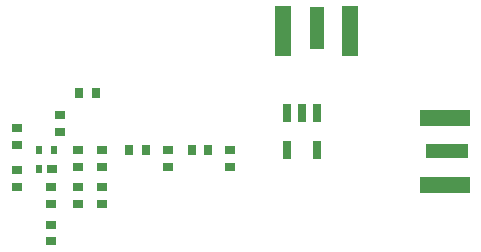
<source format=gbr>
%TF.GenerationSoftware,Altium Limited,Altium Designer,22.5.1 (42)*%
G04 Layer_Color=8421504*
%FSLAX26Y26*%
%MOIN*%
%TF.SameCoordinates,B04901F9-BF46-49F9-850C-5E78856F6392*%
%TF.FilePolarity,Positive*%
%TF.FileFunction,Paste,Top*%
%TF.Part,Single*%
G01*
G75*
%TA.AperFunction,ConnectorPad*%
%ADD10R,0.141732X0.050000*%
%ADD11R,0.165354X0.053150*%
%TA.AperFunction,SMDPad,CuDef*%
%ADD12R,0.053150X0.165354*%
%ADD13R,0.050000X0.141732*%
%ADD14R,0.030000X0.060000*%
%ADD15R,0.035433X0.031496*%
%ADD16R,0.023622X0.031496*%
%ADD17R,0.031496X0.035433*%
D10*
X2910000Y1500000D02*
D03*
D11*
X2902126Y1388780D02*
D03*
Y1611220D02*
D03*
D12*
X2363780Y1902126D02*
D03*
X2586220D02*
D03*
D13*
X2475000Y1910000D02*
D03*
D14*
X2375000Y1627000D02*
D03*
X2425000D02*
D03*
X2475000D02*
D03*
Y1503000D02*
D03*
X2375000D02*
D03*
D15*
X1590000Y1255118D02*
D03*
Y1200000D02*
D03*
X1680000Y1380000D02*
D03*
Y1324882D02*
D03*
X1590000Y1380000D02*
D03*
Y1324882D02*
D03*
X1475000Y1437559D02*
D03*
Y1382441D02*
D03*
Y1577559D02*
D03*
Y1522441D02*
D03*
X1592803Y1441494D02*
D03*
X1620000Y1620000D02*
D03*
Y1564882D02*
D03*
X1760000Y1380118D02*
D03*
Y1325000D02*
D03*
X2185000Y1502559D02*
D03*
Y1447441D02*
D03*
X1980000Y1502559D02*
D03*
Y1447441D02*
D03*
X1760000Y1502559D02*
D03*
Y1447441D02*
D03*
X1680000Y1502559D02*
D03*
Y1447441D02*
D03*
D16*
X1547527Y1504486D02*
D03*
X1598709D02*
D03*
X1547527Y1441494D02*
D03*
D17*
X2112559Y1505000D02*
D03*
X2057441D02*
D03*
X1850000Y1505000D02*
D03*
X1905118D02*
D03*
X1682441Y1695000D02*
D03*
X1737559D02*
D03*
%TF.MD5,171f76607fbcc1c3efc0ae606e283e7d*%
M02*

</source>
